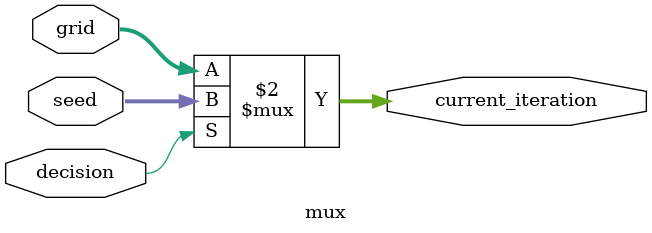
<source format=sv>
module control_logic(clk, reset, seed, switch, toDataPath);
    logic [63:0] next_iteration, next;
    input logic clk, reset, switch;
    input logic [63:0] seed;
    output logic [63:0] toDataPath;
    
    //mux-specific variables
    logic choice;
    logic [63:0] current_iteration;
    //instantiation
    FSM FSM (clk, reset, switch, next_iteration, current_iteration, choice);
    mux mux(seed, current_iteration, choice, toDataPath);
    datapath iteration (toDataPath, next_iteration);

endmodule

module FSM(clk, reset, switch, next_iteration, current_iteration, decision);
input logic clk, reset, switch;
input logic [63:0] next_iteration;
output logic [63:0] current_iteration;
output logic decision;


typedef enum 	logic {S0, S1} statetype;
   statetype state, nextstate;
   
   // state register
   always_ff @(posedge clk)
     if (reset) begin
      state <= S0;
     end
     else begin 
      state <= nextstate;
     end

   // next state logic
   always_comb
     case (state)

       S0: begin
       decision <= 0;
       if (switch) begin nextstate <= S1;
       end
       end

       S1: begin
        decision <=1;
        //current_iteration <= next_iteration;
        nextstate <=S1;
       end

       default: begin
        nextstate <= S0;
       end
     endcase

endmodule



module mux(seed, grid, decision, current_iteration);
    input logic [63:0] seed, grid;
    input logic decision;
    output logic [63:0] current_iteration;

    assign current_iteration=decision==1?seed:grid;

    endmodule
</source>
